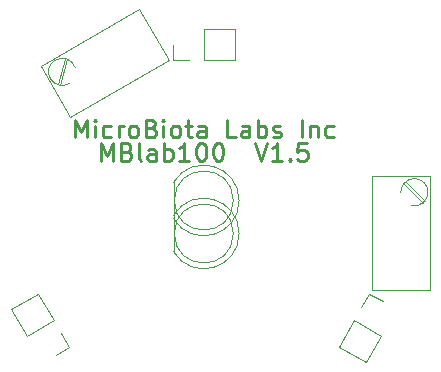
<source format=gto>
G04 #@! TF.GenerationSoftware,KiCad,Pcbnew,(5.0.0)*
G04 #@! TF.CreationDate,2019-02-03T16:55:31-08:00*
G04 #@! TF.ProjectId,mlab100_Conn_PCB_1.5,6D6C61623130305F436F6E6E5F504342,rev?*
G04 #@! TF.SameCoordinates,Original*
G04 #@! TF.FileFunction,Legend,Top*
G04 #@! TF.FilePolarity,Positive*
%FSLAX46Y46*%
G04 Gerber Fmt 4.6, Leading zero omitted, Abs format (unit mm)*
G04 Created by KiCad (PCBNEW (5.0.0)) date 02/03/19 16:55:31*
%MOMM*%
%LPD*%
G01*
G04 APERTURE LIST*
%ADD10C,0.250000*%
%ADD11C,0.120000*%
G04 APERTURE END LIST*
D10*
X9171428Y-12598571D02*
X9171428Y-11098571D01*
X9671428Y-12170000D01*
X10171428Y-11098571D01*
X10171428Y-12598571D01*
X10885714Y-12598571D02*
X10885714Y-11598571D01*
X10885714Y-11098571D02*
X10814285Y-11170000D01*
X10885714Y-11241428D01*
X10957142Y-11170000D01*
X10885714Y-11098571D01*
X10885714Y-11241428D01*
X12242857Y-12527142D02*
X12099999Y-12598571D01*
X11814285Y-12598571D01*
X11671428Y-12527142D01*
X11599999Y-12455714D01*
X11528571Y-12312857D01*
X11528571Y-11884285D01*
X11599999Y-11741428D01*
X11671428Y-11670000D01*
X11814285Y-11598571D01*
X12099999Y-11598571D01*
X12242857Y-11670000D01*
X12885714Y-12598571D02*
X12885714Y-11598571D01*
X12885714Y-11884285D02*
X12957142Y-11741428D01*
X13028571Y-11670000D01*
X13171428Y-11598571D01*
X13314285Y-11598571D01*
X14028571Y-12598571D02*
X13885714Y-12527142D01*
X13814285Y-12455714D01*
X13742857Y-12312857D01*
X13742857Y-11884285D01*
X13814285Y-11741428D01*
X13885714Y-11670000D01*
X14028571Y-11598571D01*
X14242857Y-11598571D01*
X14385714Y-11670000D01*
X14457142Y-11741428D01*
X14528571Y-11884285D01*
X14528571Y-12312857D01*
X14457142Y-12455714D01*
X14385714Y-12527142D01*
X14242857Y-12598571D01*
X14028571Y-12598571D01*
X15671428Y-11812857D02*
X15885714Y-11884285D01*
X15957142Y-11955714D01*
X16028571Y-12098571D01*
X16028571Y-12312857D01*
X15957142Y-12455714D01*
X15885714Y-12527142D01*
X15742857Y-12598571D01*
X15171428Y-12598571D01*
X15171428Y-11098571D01*
X15671428Y-11098571D01*
X15814285Y-11170000D01*
X15885714Y-11241428D01*
X15957142Y-11384285D01*
X15957142Y-11527142D01*
X15885714Y-11670000D01*
X15814285Y-11741428D01*
X15671428Y-11812857D01*
X15171428Y-11812857D01*
X16671428Y-12598571D02*
X16671428Y-11598571D01*
X16671428Y-11098571D02*
X16599999Y-11170000D01*
X16671428Y-11241428D01*
X16742857Y-11170000D01*
X16671428Y-11098571D01*
X16671428Y-11241428D01*
X17599999Y-12598571D02*
X17457142Y-12527142D01*
X17385714Y-12455714D01*
X17314285Y-12312857D01*
X17314285Y-11884285D01*
X17385714Y-11741428D01*
X17457142Y-11670000D01*
X17599999Y-11598571D01*
X17814285Y-11598571D01*
X17957142Y-11670000D01*
X18028571Y-11741428D01*
X18099999Y-11884285D01*
X18099999Y-12312857D01*
X18028571Y-12455714D01*
X17957142Y-12527142D01*
X17814285Y-12598571D01*
X17599999Y-12598571D01*
X18528571Y-11598571D02*
X19099999Y-11598571D01*
X18742857Y-11098571D02*
X18742857Y-12384285D01*
X18814285Y-12527142D01*
X18957142Y-12598571D01*
X19099999Y-12598571D01*
X20242857Y-12598571D02*
X20242857Y-11812857D01*
X20171428Y-11670000D01*
X20028571Y-11598571D01*
X19742857Y-11598571D01*
X19599999Y-11670000D01*
X20242857Y-12527142D02*
X20099999Y-12598571D01*
X19742857Y-12598571D01*
X19599999Y-12527142D01*
X19528571Y-12384285D01*
X19528571Y-12241428D01*
X19599999Y-12098571D01*
X19742857Y-12027142D01*
X20099999Y-12027142D01*
X20242857Y-11955714D01*
X22814285Y-12598571D02*
X22099999Y-12598571D01*
X22099999Y-11098571D01*
X23957142Y-12598571D02*
X23957142Y-11812857D01*
X23885714Y-11670000D01*
X23742857Y-11598571D01*
X23457142Y-11598571D01*
X23314285Y-11670000D01*
X23957142Y-12527142D02*
X23814285Y-12598571D01*
X23457142Y-12598571D01*
X23314285Y-12527142D01*
X23242857Y-12384285D01*
X23242857Y-12241428D01*
X23314285Y-12098571D01*
X23457142Y-12027142D01*
X23814285Y-12027142D01*
X23957142Y-11955714D01*
X24671428Y-12598571D02*
X24671428Y-11098571D01*
X24671428Y-11670000D02*
X24814285Y-11598571D01*
X25099999Y-11598571D01*
X25242857Y-11670000D01*
X25314285Y-11741428D01*
X25385714Y-11884285D01*
X25385714Y-12312857D01*
X25314285Y-12455714D01*
X25242857Y-12527142D01*
X25099999Y-12598571D01*
X24814285Y-12598571D01*
X24671428Y-12527142D01*
X25957142Y-12527142D02*
X26099999Y-12598571D01*
X26385714Y-12598571D01*
X26528571Y-12527142D01*
X26599999Y-12384285D01*
X26599999Y-12312857D01*
X26528571Y-12170000D01*
X26385714Y-12098571D01*
X26171428Y-12098571D01*
X26028571Y-12027142D01*
X25957142Y-11884285D01*
X25957142Y-11812857D01*
X26028571Y-11670000D01*
X26171428Y-11598571D01*
X26385714Y-11598571D01*
X26528571Y-11670000D01*
X28385714Y-12598571D02*
X28385714Y-11098571D01*
X29099999Y-11598571D02*
X29099999Y-12598571D01*
X29099999Y-11741428D02*
X29171428Y-11670000D01*
X29314285Y-11598571D01*
X29528571Y-11598571D01*
X29671428Y-11670000D01*
X29742857Y-11812857D01*
X29742857Y-12598571D01*
X31099999Y-12527142D02*
X30957142Y-12598571D01*
X30671428Y-12598571D01*
X30528571Y-12527142D01*
X30457142Y-12455714D01*
X30385714Y-12312857D01*
X30385714Y-11884285D01*
X30457142Y-11741428D01*
X30528571Y-11670000D01*
X30671428Y-11598571D01*
X30957142Y-11598571D01*
X31099999Y-11670000D01*
X11385714Y-14578571D02*
X11385714Y-13078571D01*
X11885714Y-14150000D01*
X12385714Y-13078571D01*
X12385714Y-14578571D01*
X13599999Y-13792857D02*
X13814285Y-13864285D01*
X13885714Y-13935714D01*
X13957142Y-14078571D01*
X13957142Y-14292857D01*
X13885714Y-14435714D01*
X13814285Y-14507142D01*
X13671428Y-14578571D01*
X13099999Y-14578571D01*
X13099999Y-13078571D01*
X13599999Y-13078571D01*
X13742857Y-13150000D01*
X13814285Y-13221428D01*
X13885714Y-13364285D01*
X13885714Y-13507142D01*
X13814285Y-13650000D01*
X13742857Y-13721428D01*
X13599999Y-13792857D01*
X13099999Y-13792857D01*
X14814285Y-14578571D02*
X14671428Y-14507142D01*
X14599999Y-14364285D01*
X14599999Y-13078571D01*
X16028571Y-14578571D02*
X16028571Y-13792857D01*
X15957142Y-13650000D01*
X15814285Y-13578571D01*
X15528571Y-13578571D01*
X15385714Y-13650000D01*
X16028571Y-14507142D02*
X15885714Y-14578571D01*
X15528571Y-14578571D01*
X15385714Y-14507142D01*
X15314285Y-14364285D01*
X15314285Y-14221428D01*
X15385714Y-14078571D01*
X15528571Y-14007142D01*
X15885714Y-14007142D01*
X16028571Y-13935714D01*
X16742857Y-14578571D02*
X16742857Y-13078571D01*
X16742857Y-13650000D02*
X16885714Y-13578571D01*
X17171428Y-13578571D01*
X17314285Y-13650000D01*
X17385714Y-13721428D01*
X17457142Y-13864285D01*
X17457142Y-14292857D01*
X17385714Y-14435714D01*
X17314285Y-14507142D01*
X17171428Y-14578571D01*
X16885714Y-14578571D01*
X16742857Y-14507142D01*
X18885714Y-14578571D02*
X18028571Y-14578571D01*
X18457142Y-14578571D02*
X18457142Y-13078571D01*
X18314285Y-13292857D01*
X18171428Y-13435714D01*
X18028571Y-13507142D01*
X19814285Y-13078571D02*
X19957142Y-13078571D01*
X20100000Y-13150000D01*
X20171428Y-13221428D01*
X20242857Y-13364285D01*
X20314285Y-13650000D01*
X20314285Y-14007142D01*
X20242857Y-14292857D01*
X20171428Y-14435714D01*
X20100000Y-14507142D01*
X19957142Y-14578571D01*
X19814285Y-14578571D01*
X19671428Y-14507142D01*
X19600000Y-14435714D01*
X19528571Y-14292857D01*
X19457142Y-14007142D01*
X19457142Y-13650000D01*
X19528571Y-13364285D01*
X19600000Y-13221428D01*
X19671428Y-13150000D01*
X19814285Y-13078571D01*
X21242857Y-13078571D02*
X21385714Y-13078571D01*
X21528571Y-13150000D01*
X21600000Y-13221428D01*
X21671428Y-13364285D01*
X21742857Y-13650000D01*
X21742857Y-14007142D01*
X21671428Y-14292857D01*
X21600000Y-14435714D01*
X21528571Y-14507142D01*
X21385714Y-14578571D01*
X21242857Y-14578571D01*
X21100000Y-14507142D01*
X21028571Y-14435714D01*
X20957142Y-14292857D01*
X20885714Y-14007142D01*
X20885714Y-13650000D01*
X20957142Y-13364285D01*
X21028571Y-13221428D01*
X21100000Y-13150000D01*
X21242857Y-13078571D01*
X24457142Y-13078571D02*
X24957142Y-14578571D01*
X25457142Y-13078571D01*
X26742857Y-14578571D02*
X25885714Y-14578571D01*
X26314285Y-14578571D02*
X26314285Y-13078571D01*
X26171428Y-13292857D01*
X26028571Y-13435714D01*
X25885714Y-13507142D01*
X27385714Y-14435714D02*
X27457142Y-14507142D01*
X27385714Y-14578571D01*
X27314285Y-14507142D01*
X27385714Y-14435714D01*
X27385714Y-14578571D01*
X28814285Y-13078571D02*
X28100000Y-13078571D01*
X28028571Y-13792857D01*
X28100000Y-13721428D01*
X28242857Y-13650000D01*
X28600000Y-13650000D01*
X28742857Y-13721428D01*
X28814285Y-13792857D01*
X28885714Y-13935714D01*
X28885714Y-14292857D01*
X28814285Y-14435714D01*
X28742857Y-14507142D01*
X28600000Y-14578571D01*
X28242857Y-14578571D01*
X28100000Y-14507142D01*
X28028571Y-14435714D01*
D11*
G04 #@! TO.C,RV1*
X37055000Y-16499000D02*
X38665000Y-18111000D01*
X37196000Y-16359000D02*
X38806000Y-17970000D01*
X34310000Y-15905000D02*
X39261000Y-15905000D01*
X34310000Y-25555000D02*
X39261000Y-25555000D01*
X39261000Y-25555000D02*
X39261000Y-15905000D01*
X34310000Y-25555000D02*
X34310000Y-15905000D01*
X39084052Y-17214879D02*
G75*
G02X37690000Y-18364000I-1154052J-20121D01*
G01*
X36775704Y-17275309D02*
G75*
G02X39085000Y-17235000I1154296J40309D01*
G01*
G04 #@! TO.C,RV2*
X8720004Y-8021067D02*
G75*
G02X7530445Y-6041311I-612058J979496D01*
G01*
X7513495Y-6052194D02*
G75*
G02X9205688Y-6684917I594451J-989377D01*
G01*
X17123277Y-6016583D02*
X8766132Y-10841583D01*
X14647777Y-1728891D02*
X6290632Y-6553891D01*
X17123277Y-6016583D02*
X14647777Y-1728891D01*
X8766132Y-10841583D02*
X6290632Y-6553891D01*
X7716307Y-8115234D02*
X8306475Y-5915433D01*
X7908051Y-8167343D02*
X8499084Y-5967042D01*
G04 #@! TO.C,D13*
X17540000Y-19185000D02*
X17540000Y-22275000D01*
X22600000Y-20730000D02*
G75*
G03X22600000Y-20730000I-2500000J0D01*
G01*
X23090000Y-20729538D02*
G75*
G02X17540000Y-22274830I-2990000J-462D01*
G01*
X23090000Y-20730462D02*
G75*
G03X17540000Y-19185170I-2990000J462D01*
G01*
G04 #@! TO.C,D14*
X17540000Y-16391000D02*
X17540000Y-19481000D01*
X22600000Y-17936000D02*
G75*
G03X22600000Y-17936000I-2500000J0D01*
G01*
X23090000Y-17935538D02*
G75*
G02X17540000Y-19480830I-2990000J-462D01*
G01*
X23090000Y-17936462D02*
G75*
G03X17540000Y-16391170I-2990000J462D01*
G01*
G04 #@! TO.C,J11*
X8696814Y-30316814D02*
X7545000Y-30981814D01*
X8031814Y-29165000D02*
X8696814Y-30316814D01*
X7396814Y-28065148D02*
X5093186Y-29395148D01*
X5093186Y-29395148D02*
X3793186Y-27143482D01*
X7396814Y-28065148D02*
X6096814Y-25813482D01*
X6096814Y-25813482D02*
X3793186Y-27143482D01*
G04 #@! TO.C,J12*
X34103186Y-25813186D02*
X35255000Y-26478186D01*
X33438186Y-26965000D02*
X34103186Y-25813186D01*
X32803186Y-28064852D02*
X35106814Y-29394852D01*
X35106814Y-29394852D02*
X33806814Y-31646518D01*
X32803186Y-28064852D02*
X31503186Y-30316518D01*
X31503186Y-30316518D02*
X33806814Y-31646518D01*
G04 #@! TO.C,J13*
X22700000Y-6060000D02*
X22700000Y-3400000D01*
X20100000Y-6060000D02*
X22700000Y-6060000D01*
X20100000Y-3400000D02*
X22700000Y-3400000D01*
X20100000Y-6060000D02*
X20100000Y-3400000D01*
X18830000Y-6060000D02*
X17500000Y-6060000D01*
X17500000Y-6060000D02*
X17500000Y-4730000D01*
G04 #@! TD*
M02*

</source>
